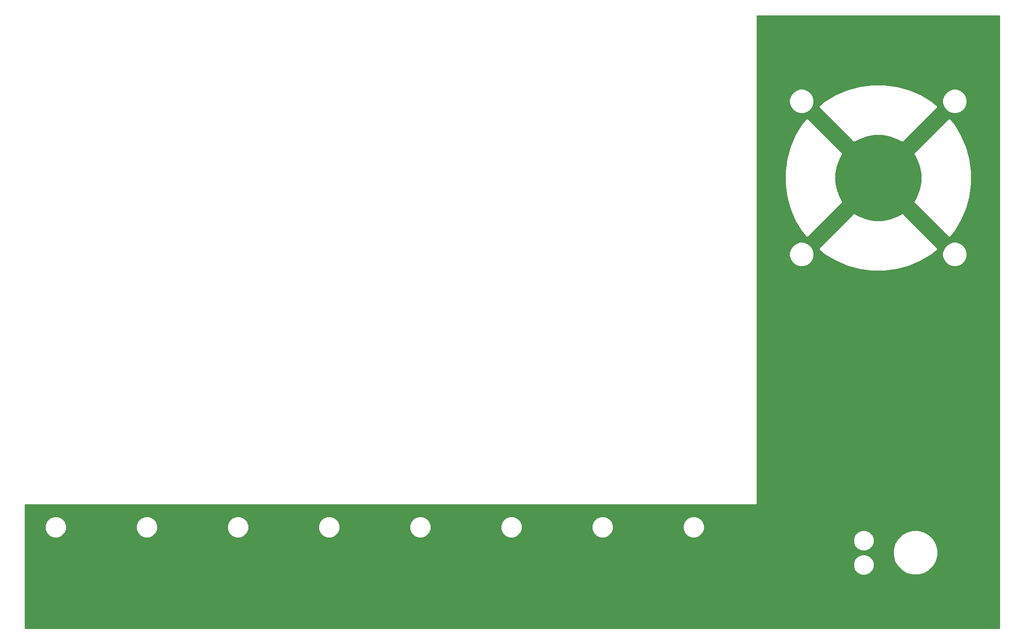
<source format=gbl>
G75*
G70*
%OFA0B0*%
%FSLAX24Y24*%
%IPPOS*%
%LPD*%
%AMOC8*
5,1,8,0,0,1.08239X$1,22.5*
%
%ADD10C,0.0100*%
D10*
X000318Y000668D02*
X000318Y010807D01*
X060470Y010807D01*
X060568Y010905D01*
X060568Y051057D01*
X080482Y051057D01*
X080482Y000668D01*
X000318Y000668D01*
X000318Y000697D02*
X080482Y000697D01*
X080482Y000796D02*
X000318Y000796D01*
X000318Y000894D02*
X080482Y000894D01*
X080482Y000993D02*
X000318Y000993D01*
X000318Y001091D02*
X080482Y001091D01*
X080482Y001190D02*
X000318Y001190D01*
X000318Y001288D02*
X080482Y001288D01*
X080482Y001387D02*
X000318Y001387D01*
X000318Y001485D02*
X080482Y001485D01*
X080482Y001584D02*
X000318Y001584D01*
X000318Y001682D02*
X080482Y001682D01*
X080482Y001781D02*
X000318Y001781D01*
X000318Y001879D02*
X080482Y001879D01*
X080482Y001978D02*
X000318Y001978D01*
X000318Y002076D02*
X080482Y002076D01*
X080482Y002175D02*
X000318Y002175D01*
X000318Y002273D02*
X080482Y002273D01*
X080482Y002372D02*
X000318Y002372D01*
X000318Y002470D02*
X080482Y002470D01*
X080482Y002569D02*
X000318Y002569D01*
X000318Y002667D02*
X080482Y002667D01*
X080482Y002766D02*
X000318Y002766D01*
X000318Y002864D02*
X080482Y002864D01*
X080482Y002963D02*
X000318Y002963D01*
X000318Y003061D02*
X080482Y003061D01*
X080482Y003160D02*
X000318Y003160D01*
X000318Y003258D02*
X080482Y003258D01*
X080482Y003357D02*
X000318Y003357D01*
X000318Y003455D02*
X080482Y003455D01*
X080482Y003554D02*
X000318Y003554D01*
X000318Y003652D02*
X080482Y003652D01*
X080482Y003751D02*
X000318Y003751D01*
X000318Y003849D02*
X080482Y003849D01*
X080482Y003948D02*
X000318Y003948D01*
X000318Y004046D02*
X080482Y004046D01*
X080482Y004145D02*
X000318Y004145D01*
X000318Y004243D02*
X080482Y004243D01*
X080482Y004342D02*
X000318Y004342D01*
X000318Y004440D02*
X080482Y004440D01*
X080482Y004539D02*
X000318Y004539D01*
X000318Y004637D02*
X080482Y004637D01*
X080482Y004736D02*
X000318Y004736D01*
X000318Y004834D02*
X080482Y004834D01*
X080482Y004933D02*
X000318Y004933D01*
X000318Y005031D02*
X069135Y005031D01*
X069167Y005018D02*
X069508Y005018D01*
X069823Y005148D01*
X070064Y005389D01*
X070195Y005705D01*
X070195Y006045D01*
X070064Y006360D01*
X069823Y006602D01*
X069508Y006732D01*
X069167Y006732D01*
X068852Y006602D01*
X068611Y006360D01*
X068480Y006045D01*
X068480Y005705D01*
X068611Y005389D01*
X068852Y005148D01*
X069167Y005018D01*
X068898Y005130D02*
X000318Y005130D01*
X000318Y005228D02*
X068772Y005228D01*
X068674Y005327D02*
X000318Y005327D01*
X000318Y005425D02*
X068596Y005425D01*
X068555Y005524D02*
X000318Y005524D01*
X000318Y005622D02*
X068515Y005622D01*
X068480Y005721D02*
X000318Y005721D01*
X000318Y005819D02*
X068480Y005819D01*
X068480Y005918D02*
X000318Y005918D01*
X000318Y006016D02*
X068480Y006016D01*
X068509Y006115D02*
X000318Y006115D01*
X000318Y006213D02*
X068550Y006213D01*
X068591Y006312D02*
X000318Y006312D01*
X000318Y006410D02*
X068660Y006410D01*
X068759Y006509D02*
X000318Y006509D01*
X000318Y006607D02*
X068865Y006607D01*
X069103Y006706D02*
X000318Y006706D01*
X000318Y006804D02*
X071746Y006804D01*
X071746Y006706D02*
X069572Y006706D01*
X069810Y006607D02*
X071755Y006607D01*
X071746Y006640D02*
X071872Y006172D01*
X072114Y005752D01*
X072457Y005409D01*
X072877Y005167D01*
X073345Y005042D01*
X073830Y005042D01*
X074298Y005167D01*
X074718Y005409D01*
X075061Y005752D01*
X075303Y006172D01*
X075429Y006640D01*
X075429Y007125D01*
X075303Y007594D01*
X075061Y008013D01*
X074718Y008356D01*
X074298Y008599D01*
X073830Y008724D01*
X073345Y008724D01*
X072877Y008599D01*
X072457Y008356D01*
X072114Y008013D01*
X071872Y007594D01*
X071746Y007125D01*
X071746Y006640D01*
X071782Y006509D02*
X069916Y006509D01*
X070015Y006410D02*
X071808Y006410D01*
X071834Y006312D02*
X070084Y006312D01*
X070125Y006213D02*
X071861Y006213D01*
X071905Y006115D02*
X070166Y006115D01*
X070195Y006016D02*
X071962Y006016D01*
X072019Y005918D02*
X070195Y005918D01*
X070195Y005819D02*
X072076Y005819D01*
X072146Y005721D02*
X070195Y005721D01*
X070160Y005622D02*
X072244Y005622D01*
X072343Y005524D02*
X070120Y005524D01*
X070079Y005425D02*
X072441Y005425D01*
X072601Y005327D02*
X070001Y005327D01*
X069903Y005228D02*
X072771Y005228D01*
X073017Y005130D02*
X069777Y005130D01*
X069540Y005031D02*
X080482Y005031D01*
X080482Y005130D02*
X074158Y005130D01*
X074404Y005228D02*
X080482Y005228D01*
X080482Y005327D02*
X074574Y005327D01*
X074734Y005425D02*
X080482Y005425D01*
X080482Y005524D02*
X074832Y005524D01*
X074931Y005622D02*
X080482Y005622D01*
X080482Y005721D02*
X075029Y005721D01*
X075099Y005819D02*
X080482Y005819D01*
X080482Y005918D02*
X075156Y005918D01*
X075213Y006016D02*
X080482Y006016D01*
X080482Y006115D02*
X075270Y006115D01*
X075314Y006213D02*
X080482Y006213D01*
X080482Y006312D02*
X075341Y006312D01*
X075367Y006410D02*
X080482Y006410D01*
X080482Y006509D02*
X075393Y006509D01*
X075420Y006607D02*
X080482Y006607D01*
X080482Y006706D02*
X075429Y006706D01*
X075429Y006804D02*
X080482Y006804D01*
X080482Y006903D02*
X075429Y006903D01*
X075429Y007001D02*
X080482Y007001D01*
X080482Y007100D02*
X075429Y007100D01*
X075409Y007198D02*
X080482Y007198D01*
X080482Y007297D02*
X075383Y007297D01*
X075357Y007395D02*
X080482Y007395D01*
X080482Y007494D02*
X075330Y007494D01*
X075304Y007592D02*
X080482Y007592D01*
X080482Y007691D02*
X075247Y007691D01*
X075191Y007789D02*
X080482Y007789D01*
X080482Y007888D02*
X075134Y007888D01*
X075077Y007986D02*
X080482Y007986D01*
X080482Y008085D02*
X074990Y008085D01*
X074891Y008183D02*
X080482Y008183D01*
X080482Y008282D02*
X074793Y008282D01*
X074677Y008380D02*
X080482Y008380D01*
X080482Y008479D02*
X074506Y008479D01*
X074336Y008577D02*
X080482Y008577D01*
X080482Y008676D02*
X074012Y008676D01*
X073163Y008676D02*
X069645Y008676D01*
X069508Y008732D02*
X069167Y008732D01*
X068852Y008602D01*
X068611Y008360D01*
X068480Y008045D01*
X068480Y007705D01*
X068611Y007389D01*
X068852Y007148D01*
X069167Y007018D01*
X069508Y007018D01*
X069823Y007148D01*
X070064Y007389D01*
X070195Y007705D01*
X070195Y008045D01*
X070064Y008360D01*
X069823Y008602D01*
X069508Y008732D01*
X069848Y008577D02*
X072839Y008577D01*
X072669Y008479D02*
X069946Y008479D01*
X070045Y008380D02*
X072498Y008380D01*
X072382Y008282D02*
X070097Y008282D01*
X070138Y008183D02*
X072284Y008183D01*
X072185Y008085D02*
X070178Y008085D01*
X070195Y007986D02*
X072098Y007986D01*
X072041Y007888D02*
X070195Y007888D01*
X070195Y007789D02*
X071984Y007789D01*
X071928Y007691D02*
X070189Y007691D01*
X070148Y007592D02*
X071871Y007592D01*
X071845Y007494D02*
X070107Y007494D01*
X070066Y007395D02*
X071818Y007395D01*
X071792Y007297D02*
X069971Y007297D01*
X069873Y007198D02*
X071766Y007198D01*
X071746Y007100D02*
X069705Y007100D01*
X068970Y007100D02*
X000318Y007100D01*
X000318Y007198D02*
X068802Y007198D01*
X068704Y007297D02*
X000318Y007297D01*
X000318Y007395D02*
X068609Y007395D01*
X068568Y007494D02*
X000318Y007494D01*
X000318Y007592D02*
X068527Y007592D01*
X068486Y007691D02*
X000318Y007691D01*
X000318Y007789D02*
X068480Y007789D01*
X068480Y007888D02*
X000318Y007888D01*
X000318Y007986D02*
X068480Y007986D01*
X068497Y008085D02*
X000318Y008085D01*
X000318Y008183D02*
X002433Y008183D01*
X002335Y008223D02*
X002661Y008088D01*
X003014Y008088D01*
X003340Y008223D01*
X003589Y008473D01*
X003724Y008799D01*
X003724Y009151D01*
X003589Y009477D01*
X003340Y009727D01*
X003014Y009862D01*
X002661Y009862D01*
X002335Y009727D01*
X002086Y009477D01*
X001951Y009151D01*
X001951Y008799D01*
X002086Y008473D01*
X002335Y008223D01*
X002277Y008282D02*
X000318Y008282D01*
X000318Y008380D02*
X002179Y008380D01*
X002083Y008479D02*
X000318Y008479D01*
X000318Y008577D02*
X002043Y008577D01*
X002002Y008676D02*
X000318Y008676D01*
X000318Y008774D02*
X001961Y008774D01*
X001951Y008873D02*
X000318Y008873D01*
X000318Y008971D02*
X001951Y008971D01*
X001951Y009070D02*
X000318Y009070D01*
X000318Y009168D02*
X001958Y009168D01*
X001999Y009267D02*
X000318Y009267D01*
X000318Y009365D02*
X002039Y009365D01*
X002080Y009464D02*
X000318Y009464D01*
X000318Y009562D02*
X002171Y009562D01*
X002269Y009661D02*
X000318Y009661D01*
X000318Y009759D02*
X002413Y009759D01*
X002651Y009858D02*
X000318Y009858D01*
X000318Y009956D02*
X080482Y009956D01*
X080482Y009858D02*
X055524Y009858D01*
X055514Y009862D02*
X055161Y009862D01*
X054835Y009727D01*
X054586Y009477D01*
X054451Y009151D01*
X054451Y008799D01*
X054586Y008473D01*
X054835Y008223D01*
X055161Y008088D01*
X055514Y008088D01*
X055840Y008223D01*
X056089Y008473D01*
X056224Y008799D01*
X056224Y009151D01*
X056089Y009477D01*
X055840Y009727D01*
X055514Y009862D01*
X055762Y009759D02*
X080482Y009759D01*
X080482Y009661D02*
X055906Y009661D01*
X056004Y009562D02*
X080482Y009562D01*
X080482Y009464D02*
X056095Y009464D01*
X056136Y009365D02*
X080482Y009365D01*
X080482Y009267D02*
X056176Y009267D01*
X056217Y009168D02*
X080482Y009168D01*
X080482Y009070D02*
X056224Y009070D01*
X056224Y008971D02*
X080482Y008971D01*
X080482Y008873D02*
X056224Y008873D01*
X056214Y008774D02*
X080482Y008774D01*
X080482Y010055D02*
X000318Y010055D01*
X000318Y010153D02*
X080482Y010153D01*
X080482Y010252D02*
X000318Y010252D01*
X000318Y010350D02*
X080482Y010350D01*
X080482Y010449D02*
X000318Y010449D01*
X000318Y010547D02*
X080482Y010547D01*
X080482Y010646D02*
X000318Y010646D01*
X000318Y010744D02*
X080482Y010744D01*
X080482Y010843D02*
X060505Y010843D01*
X060568Y010941D02*
X080482Y010941D01*
X080482Y011040D02*
X060568Y011040D01*
X060568Y011138D02*
X080482Y011138D01*
X080482Y011237D02*
X060568Y011237D01*
X060568Y011335D02*
X080482Y011335D01*
X080482Y011434D02*
X060568Y011434D01*
X060568Y011532D02*
X080482Y011532D01*
X080482Y011631D02*
X060568Y011631D01*
X060568Y011729D02*
X080482Y011729D01*
X080482Y011828D02*
X060568Y011828D01*
X060568Y011926D02*
X080482Y011926D01*
X080482Y012025D02*
X060568Y012025D01*
X060568Y012123D02*
X080482Y012123D01*
X080482Y012222D02*
X060568Y012222D01*
X060568Y012320D02*
X080482Y012320D01*
X080482Y012419D02*
X060568Y012419D01*
X060568Y012517D02*
X080482Y012517D01*
X080482Y012616D02*
X060568Y012616D01*
X060568Y012714D02*
X080482Y012714D01*
X080482Y012813D02*
X060568Y012813D01*
X060568Y012911D02*
X080482Y012911D01*
X080482Y013010D02*
X060568Y013010D01*
X060568Y013108D02*
X080482Y013108D01*
X080482Y013207D02*
X060568Y013207D01*
X060568Y013305D02*
X080482Y013305D01*
X080482Y013404D02*
X060568Y013404D01*
X060568Y013502D02*
X080482Y013502D01*
X080482Y013601D02*
X060568Y013601D01*
X060568Y013699D02*
X080482Y013699D01*
X080482Y013798D02*
X060568Y013798D01*
X060568Y013896D02*
X080482Y013896D01*
X080482Y013995D02*
X060568Y013995D01*
X060568Y014093D02*
X080482Y014093D01*
X080482Y014192D02*
X060568Y014192D01*
X060568Y014290D02*
X080482Y014290D01*
X080482Y014389D02*
X060568Y014389D01*
X060568Y014487D02*
X080482Y014487D01*
X080482Y014586D02*
X060568Y014586D01*
X060568Y014684D02*
X080482Y014684D01*
X080482Y014783D02*
X060568Y014783D01*
X060568Y014881D02*
X080482Y014881D01*
X080482Y014980D02*
X060568Y014980D01*
X060568Y015078D02*
X080482Y015078D01*
X080482Y015177D02*
X060568Y015177D01*
X060568Y015275D02*
X080482Y015275D01*
X080482Y015374D02*
X060568Y015374D01*
X060568Y015472D02*
X080482Y015472D01*
X080482Y015571D02*
X060568Y015571D01*
X060568Y015669D02*
X080482Y015669D01*
X080482Y015768D02*
X060568Y015768D01*
X060568Y015866D02*
X080482Y015866D01*
X080482Y015965D02*
X060568Y015965D01*
X060568Y016063D02*
X080482Y016063D01*
X080482Y016162D02*
X060568Y016162D01*
X060568Y016260D02*
X080482Y016260D01*
X080482Y016359D02*
X060568Y016359D01*
X060568Y016457D02*
X080482Y016457D01*
X080482Y016556D02*
X060568Y016556D01*
X060568Y016654D02*
X080482Y016654D01*
X080482Y016753D02*
X060568Y016753D01*
X060568Y016851D02*
X080482Y016851D01*
X080482Y016950D02*
X060568Y016950D01*
X060568Y017048D02*
X080482Y017048D01*
X080482Y017147D02*
X060568Y017147D01*
X060568Y017245D02*
X080482Y017245D01*
X080482Y017344D02*
X060568Y017344D01*
X060568Y017442D02*
X080482Y017442D01*
X080482Y017541D02*
X060568Y017541D01*
X060568Y017639D02*
X080482Y017639D01*
X080482Y017738D02*
X060568Y017738D01*
X060568Y017836D02*
X080482Y017836D01*
X080482Y017935D02*
X060568Y017935D01*
X060568Y018033D02*
X080482Y018033D01*
X080482Y018132D02*
X060568Y018132D01*
X060568Y018230D02*
X080482Y018230D01*
X080482Y018329D02*
X060568Y018329D01*
X060568Y018427D02*
X080482Y018427D01*
X080482Y018526D02*
X060568Y018526D01*
X060568Y018624D02*
X080482Y018624D01*
X080482Y018723D02*
X060568Y018723D01*
X060568Y018821D02*
X080482Y018821D01*
X080482Y018920D02*
X060568Y018920D01*
X060568Y019018D02*
X080482Y019018D01*
X080482Y019117D02*
X060568Y019117D01*
X060568Y019215D02*
X080482Y019215D01*
X080482Y019314D02*
X060568Y019314D01*
X060568Y019412D02*
X080482Y019412D01*
X080482Y019511D02*
X060568Y019511D01*
X060568Y019609D02*
X080482Y019609D01*
X080482Y019708D02*
X060568Y019708D01*
X060568Y019806D02*
X080482Y019806D01*
X080482Y019905D02*
X060568Y019905D01*
X060568Y020003D02*
X080482Y020003D01*
X080482Y020102D02*
X060568Y020102D01*
X060568Y020200D02*
X080482Y020200D01*
X080482Y020299D02*
X060568Y020299D01*
X060568Y020397D02*
X080482Y020397D01*
X080482Y020496D02*
X060568Y020496D01*
X060568Y020594D02*
X080482Y020594D01*
X080482Y020693D02*
X060568Y020693D01*
X060568Y020791D02*
X080482Y020791D01*
X080482Y020890D02*
X060568Y020890D01*
X060568Y020988D02*
X080482Y020988D01*
X080482Y021087D02*
X060568Y021087D01*
X060568Y021185D02*
X080482Y021185D01*
X080482Y021284D02*
X060568Y021284D01*
X060568Y021382D02*
X080482Y021382D01*
X080482Y021481D02*
X060568Y021481D01*
X060568Y021579D02*
X080482Y021579D01*
X080482Y021678D02*
X060568Y021678D01*
X060568Y021776D02*
X080482Y021776D01*
X080482Y021875D02*
X060568Y021875D01*
X060568Y021973D02*
X080482Y021973D01*
X080482Y022072D02*
X060568Y022072D01*
X060568Y022170D02*
X080482Y022170D01*
X080482Y022269D02*
X060568Y022269D01*
X060568Y022367D02*
X080482Y022367D01*
X080482Y022466D02*
X060568Y022466D01*
X060568Y022564D02*
X080482Y022564D01*
X080482Y022663D02*
X060568Y022663D01*
X060568Y022761D02*
X080482Y022761D01*
X080482Y022860D02*
X060568Y022860D01*
X060568Y022958D02*
X080482Y022958D01*
X080482Y023057D02*
X060568Y023057D01*
X060568Y023155D02*
X080482Y023155D01*
X080482Y023254D02*
X060568Y023254D01*
X060568Y023352D02*
X080482Y023352D01*
X080482Y023451D02*
X060568Y023451D01*
X060568Y023549D02*
X080482Y023549D01*
X080482Y023648D02*
X060568Y023648D01*
X060568Y023746D02*
X080482Y023746D01*
X080482Y023845D02*
X060568Y023845D01*
X060568Y023943D02*
X080482Y023943D01*
X080482Y024042D02*
X060568Y024042D01*
X060568Y024140D02*
X080482Y024140D01*
X080482Y024239D02*
X060568Y024239D01*
X060568Y024337D02*
X080482Y024337D01*
X080482Y024436D02*
X060568Y024436D01*
X060568Y024534D02*
X080482Y024534D01*
X080482Y024633D02*
X060568Y024633D01*
X060568Y024731D02*
X080482Y024731D01*
X080482Y024830D02*
X060568Y024830D01*
X060568Y024928D02*
X080482Y024928D01*
X080482Y025027D02*
X060568Y025027D01*
X060568Y025125D02*
X080482Y025125D01*
X080482Y025224D02*
X060568Y025224D01*
X060568Y025322D02*
X080482Y025322D01*
X080482Y025421D02*
X060568Y025421D01*
X060568Y025519D02*
X080482Y025519D01*
X080482Y025618D02*
X060568Y025618D01*
X060568Y025716D02*
X080482Y025716D01*
X080482Y025815D02*
X060568Y025815D01*
X060568Y025913D02*
X080482Y025913D01*
X080482Y026012D02*
X060568Y026012D01*
X060568Y026110D02*
X080482Y026110D01*
X080482Y026209D02*
X060568Y026209D01*
X060568Y026307D02*
X080482Y026307D01*
X080482Y026406D02*
X060568Y026406D01*
X060568Y026504D02*
X080482Y026504D01*
X080482Y026603D02*
X060568Y026603D01*
X060568Y026701D02*
X080482Y026701D01*
X080482Y026800D02*
X060568Y026800D01*
X060568Y026898D02*
X080482Y026898D01*
X080482Y026997D02*
X060568Y026997D01*
X060568Y027095D02*
X080482Y027095D01*
X080482Y027194D02*
X060568Y027194D01*
X060568Y027292D02*
X080482Y027292D01*
X080482Y027391D02*
X060568Y027391D01*
X060568Y027489D02*
X080482Y027489D01*
X080482Y027588D02*
X060568Y027588D01*
X060568Y027686D02*
X080482Y027686D01*
X080482Y027785D02*
X060568Y027785D01*
X060568Y027883D02*
X080482Y027883D01*
X080482Y027982D02*
X060568Y027982D01*
X060568Y028080D02*
X080482Y028080D01*
X080482Y028179D02*
X060568Y028179D01*
X060568Y028277D02*
X080482Y028277D01*
X080482Y028376D02*
X060568Y028376D01*
X060568Y028474D02*
X080482Y028474D01*
X080482Y028573D02*
X060568Y028573D01*
X060568Y028671D02*
X080482Y028671D01*
X080482Y028770D02*
X060568Y028770D01*
X060568Y028868D02*
X080482Y028868D01*
X080482Y028967D02*
X060568Y028967D01*
X060568Y029065D02*
X080482Y029065D01*
X080482Y029164D02*
X060568Y029164D01*
X060568Y029262D02*
X080482Y029262D01*
X080482Y029361D02*
X060568Y029361D01*
X060568Y029459D02*
X080482Y029459D01*
X080482Y029558D02*
X060568Y029558D01*
X060568Y029656D02*
X080482Y029656D01*
X080482Y029755D02*
X060568Y029755D01*
X060568Y029853D02*
X080482Y029853D01*
X080482Y029952D02*
X060568Y029952D01*
X060568Y030050D02*
X080482Y030050D01*
X080482Y030149D02*
X071755Y030149D01*
X072068Y030191D02*
X072068Y030191D01*
X071043Y030052D01*
X070007Y030052D01*
X068982Y030191D01*
X068982Y030191D01*
X067984Y030466D01*
X067984Y030466D01*
X067032Y030873D01*
X067032Y030873D01*
X066144Y031404D01*
X066144Y031404D01*
X065794Y031684D01*
X065781Y031684D01*
X065731Y031734D01*
X065675Y031778D01*
X065674Y031791D01*
X065665Y031800D01*
X065665Y031871D01*
X065657Y031941D01*
X065665Y031951D01*
X065665Y031964D01*
X065715Y032014D01*
X065759Y032069D01*
X065772Y032070D01*
X068401Y034699D01*
X068432Y034750D01*
X068457Y034755D01*
X068475Y034773D01*
X068534Y034773D01*
X068592Y034786D01*
X068613Y034773D01*
X068638Y034773D01*
X068678Y034734D01*
X068947Y034583D01*
X069556Y034345D01*
X070198Y034224D01*
X070852Y034224D01*
X071494Y034345D01*
X072103Y034583D01*
X072372Y034734D01*
X072412Y034773D01*
X072437Y034773D01*
X072458Y034786D01*
X072516Y034773D01*
X072575Y034773D01*
X072593Y034755D01*
X072618Y034750D01*
X072649Y034699D01*
X075278Y032070D01*
X075291Y032069D01*
X075335Y032014D01*
X075385Y031964D01*
X075385Y031951D01*
X075393Y031941D01*
X075385Y031871D01*
X075385Y031800D01*
X075376Y031791D01*
X075374Y031778D01*
X075319Y031734D01*
X075269Y031684D01*
X075256Y031684D01*
X074906Y031404D01*
X074906Y031404D01*
X074018Y030873D01*
X074018Y030873D01*
X073066Y030466D01*
X073066Y030466D01*
X072068Y030191D01*
X072271Y030247D02*
X080482Y030247D01*
X080482Y030346D02*
X072628Y030346D01*
X072985Y030444D02*
X076568Y030444D01*
X076691Y030411D02*
X076958Y030411D01*
X077216Y030480D01*
X077447Y030614D01*
X077636Y030803D01*
X077770Y031034D01*
X077839Y031292D01*
X077839Y031559D01*
X077770Y031817D01*
X077636Y032049D01*
X077447Y032238D01*
X077216Y032371D01*
X076958Y032440D01*
X076691Y032440D01*
X076433Y032371D01*
X076201Y032238D01*
X076012Y032049D01*
X075879Y031817D01*
X075810Y031559D01*
X075810Y031292D01*
X075879Y031034D01*
X076012Y030803D01*
X076201Y030614D01*
X076433Y030480D01*
X076691Y030411D01*
X076325Y030543D02*
X073244Y030543D01*
X073474Y030641D02*
X076174Y030641D01*
X076076Y030740D02*
X073705Y030740D01*
X073935Y030838D02*
X075992Y030838D01*
X075935Y030937D02*
X074123Y030937D01*
X074288Y031035D02*
X075879Y031035D01*
X075852Y031134D02*
X074453Y031134D01*
X074618Y031232D02*
X075826Y031232D01*
X075810Y031331D02*
X074782Y031331D01*
X074937Y031429D02*
X075810Y031429D01*
X075810Y031528D02*
X075060Y031528D01*
X075184Y031626D02*
X075828Y031626D01*
X075854Y031725D02*
X075310Y031725D01*
X075385Y031823D02*
X075882Y031823D01*
X075939Y031922D02*
X075391Y031922D01*
X075330Y032020D02*
X075996Y032020D01*
X076082Y032119D02*
X075230Y032119D01*
X075131Y032217D02*
X076181Y032217D01*
X076336Y032316D02*
X075033Y032316D01*
X074934Y032414D02*
X076593Y032414D01*
X077056Y032414D02*
X080482Y032414D01*
X080482Y032316D02*
X077312Y032316D01*
X077468Y032217D02*
X080482Y032217D01*
X080482Y032119D02*
X077566Y032119D01*
X077653Y032020D02*
X080482Y032020D01*
X080482Y031922D02*
X077709Y031922D01*
X077766Y031823D02*
X080482Y031823D01*
X080482Y031725D02*
X077795Y031725D01*
X077821Y031626D02*
X080482Y031626D01*
X080482Y031528D02*
X077839Y031528D01*
X077839Y031429D02*
X080482Y031429D01*
X080482Y031331D02*
X077839Y031331D01*
X077823Y031232D02*
X080482Y031232D01*
X080482Y031134D02*
X077796Y031134D01*
X077770Y031035D02*
X080482Y031035D01*
X080482Y030937D02*
X077713Y030937D01*
X077656Y030838D02*
X080482Y030838D01*
X080482Y030740D02*
X077573Y030740D01*
X077474Y030641D02*
X080482Y030641D01*
X080482Y030543D02*
X077324Y030543D01*
X077080Y030444D02*
X080482Y030444D01*
X080482Y032513D02*
X074836Y032513D01*
X074737Y032611D02*
X080482Y032611D01*
X080482Y032710D02*
X074639Y032710D01*
X074540Y032808D02*
X080482Y032808D01*
X080482Y032907D02*
X076497Y032907D01*
X076516Y032931D02*
X076566Y032981D01*
X076566Y032994D01*
X076846Y033344D01*
X077377Y034232D01*
X077377Y034232D01*
X077784Y035184D01*
X078059Y036182D01*
X078198Y037207D01*
X078198Y038243D01*
X078059Y039268D01*
X077784Y040266D01*
X077377Y041218D01*
X076846Y042106D01*
X076566Y042456D01*
X076566Y042469D01*
X076516Y042519D01*
X076472Y042574D01*
X076459Y042576D01*
X076450Y042585D01*
X076379Y042585D01*
X076309Y042593D01*
X076299Y042585D01*
X076286Y042585D01*
X076236Y042535D01*
X076181Y042491D01*
X076180Y042478D01*
X073551Y039849D01*
X073500Y039818D01*
X073495Y039793D01*
X073477Y039775D01*
X073477Y039716D01*
X073464Y039658D01*
X073477Y039637D01*
X073477Y039612D01*
X073516Y039572D01*
X073667Y039303D01*
X073905Y038694D01*
X074026Y038052D01*
X074026Y037398D01*
X073905Y036756D01*
X073667Y036147D01*
X073516Y035878D01*
X073477Y035838D01*
X073477Y035813D01*
X073464Y035792D01*
X073477Y035734D01*
X073477Y035675D01*
X073495Y035657D01*
X073500Y035632D01*
X073551Y035601D01*
X076180Y032972D01*
X076181Y032959D01*
X076236Y032915D01*
X076286Y032865D01*
X076299Y032865D01*
X076309Y032857D01*
X076379Y032865D01*
X076450Y032865D01*
X076459Y032874D01*
X076472Y032875D01*
X076516Y032931D01*
X076575Y033005D02*
X080482Y033005D01*
X080482Y033104D02*
X076654Y033104D01*
X076732Y033202D02*
X080482Y033202D01*
X080482Y033301D02*
X076811Y033301D01*
X076846Y033344D02*
X076846Y033344D01*
X076879Y033399D02*
X080482Y033399D01*
X080482Y033498D02*
X076937Y033498D01*
X076996Y033596D02*
X080482Y033596D01*
X080482Y033695D02*
X077055Y033695D01*
X077114Y033793D02*
X080482Y033793D01*
X080482Y033892D02*
X077173Y033892D01*
X077232Y033990D02*
X080482Y033990D01*
X080482Y034089D02*
X077291Y034089D01*
X077350Y034187D02*
X080482Y034187D01*
X080482Y034286D02*
X077399Y034286D01*
X077441Y034384D02*
X080482Y034384D01*
X080482Y034483D02*
X077484Y034483D01*
X077526Y034581D02*
X080482Y034581D01*
X080482Y034680D02*
X077568Y034680D01*
X077610Y034778D02*
X080482Y034778D01*
X080482Y034877D02*
X077652Y034877D01*
X077694Y034975D02*
X080482Y034975D01*
X080482Y035074D02*
X077736Y035074D01*
X077778Y035172D02*
X080482Y035172D01*
X080482Y035271D02*
X077807Y035271D01*
X077784Y035184D02*
X077784Y035184D01*
X077835Y035369D02*
X080482Y035369D01*
X080482Y035468D02*
X077862Y035468D01*
X077889Y035566D02*
X080482Y035566D01*
X080482Y035665D02*
X077916Y035665D01*
X077943Y035763D02*
X080482Y035763D01*
X080482Y035862D02*
X077971Y035862D01*
X077998Y035960D02*
X080482Y035960D01*
X080482Y036059D02*
X078025Y036059D01*
X078052Y036157D02*
X080482Y036157D01*
X080482Y036256D02*
X078069Y036256D01*
X078059Y036182D02*
X078059Y036182D01*
X078082Y036354D02*
X080482Y036354D01*
X080482Y036453D02*
X078096Y036453D01*
X078109Y036551D02*
X080482Y036551D01*
X080482Y036650D02*
X078122Y036650D01*
X078136Y036748D02*
X080482Y036748D01*
X080482Y036847D02*
X078149Y036847D01*
X078162Y036945D02*
X080482Y036945D01*
X080482Y037044D02*
X078176Y037044D01*
X078189Y037142D02*
X080482Y037142D01*
X080482Y037241D02*
X078198Y037241D01*
X078198Y037339D02*
X080482Y037339D01*
X080482Y037438D02*
X078198Y037438D01*
X078198Y037536D02*
X080482Y037536D01*
X080482Y037635D02*
X078198Y037635D01*
X078198Y037733D02*
X080482Y037733D01*
X080482Y037832D02*
X078198Y037832D01*
X078198Y037930D02*
X080482Y037930D01*
X080482Y038029D02*
X078198Y038029D01*
X078198Y038127D02*
X080482Y038127D01*
X080482Y038226D02*
X078198Y038226D01*
X078187Y038324D02*
X080482Y038324D01*
X080482Y038423D02*
X078174Y038423D01*
X078160Y038521D02*
X080482Y038521D01*
X080482Y038620D02*
X078147Y038620D01*
X078134Y038718D02*
X080482Y038718D01*
X080482Y038817D02*
X078120Y038817D01*
X078107Y038915D02*
X080482Y038915D01*
X080482Y039014D02*
X078094Y039014D01*
X078080Y039112D02*
X080482Y039112D01*
X080482Y039211D02*
X078067Y039211D01*
X078059Y039268D02*
X078059Y039268D01*
X078048Y039309D02*
X080482Y039309D01*
X080482Y039408D02*
X078021Y039408D01*
X077993Y039506D02*
X080482Y039506D01*
X080482Y039605D02*
X077966Y039605D01*
X077939Y039703D02*
X080482Y039703D01*
X080482Y039802D02*
X077912Y039802D01*
X077885Y039900D02*
X080482Y039900D01*
X080482Y039999D02*
X077857Y039999D01*
X077830Y040097D02*
X080482Y040097D01*
X080482Y040196D02*
X077803Y040196D01*
X077772Y040294D02*
X080482Y040294D01*
X080482Y040393D02*
X077729Y040393D01*
X077687Y040491D02*
X080482Y040491D01*
X080482Y040590D02*
X077645Y040590D01*
X077603Y040688D02*
X080482Y040688D01*
X080482Y040787D02*
X077561Y040787D01*
X077519Y040885D02*
X080482Y040885D01*
X080482Y040984D02*
X077477Y040984D01*
X077435Y041082D02*
X080482Y041082D01*
X080482Y041181D02*
X077392Y041181D01*
X077340Y041279D02*
X080482Y041279D01*
X080482Y041378D02*
X077281Y041378D01*
X077222Y041476D02*
X080482Y041476D01*
X080482Y041575D02*
X077163Y041575D01*
X077104Y041673D02*
X080482Y041673D01*
X080482Y041772D02*
X077045Y041772D01*
X076987Y041870D02*
X080482Y041870D01*
X080482Y041969D02*
X076928Y041969D01*
X076869Y042067D02*
X080482Y042067D01*
X080482Y042166D02*
X076798Y042166D01*
X076719Y042264D02*
X080482Y042264D01*
X080482Y042363D02*
X076641Y042363D01*
X076566Y042461D02*
X080482Y042461D01*
X080482Y042560D02*
X076484Y042560D01*
X076261Y042560D02*
X074458Y042560D01*
X074557Y042658D02*
X080482Y042658D01*
X080482Y042757D02*
X074655Y042757D01*
X074754Y042855D02*
X080482Y042855D01*
X080482Y042954D02*
X074852Y042954D01*
X074951Y043052D02*
X076532Y043052D01*
X076433Y043079D02*
X076691Y043010D01*
X076958Y043010D01*
X077216Y043079D01*
X077447Y043212D01*
X077636Y043401D01*
X077770Y043633D01*
X077839Y043891D01*
X077839Y044158D01*
X077770Y044416D01*
X077636Y044647D01*
X077447Y044836D01*
X077216Y044970D01*
X076958Y045039D01*
X076691Y045039D01*
X076433Y044970D01*
X076201Y044836D01*
X076012Y044647D01*
X075879Y044416D01*
X075810Y044158D01*
X075810Y043891D01*
X075879Y043633D01*
X076012Y043401D01*
X076201Y043212D01*
X076433Y043079D01*
X076308Y043151D02*
X075049Y043151D01*
X075148Y043249D02*
X076165Y043249D01*
X076066Y043348D02*
X075246Y043348D01*
X075278Y043380D02*
X075291Y043381D01*
X075335Y043436D01*
X075385Y043486D01*
X075385Y043499D01*
X075393Y043509D01*
X075385Y043579D01*
X075385Y043650D01*
X075376Y043659D01*
X075374Y043672D01*
X075319Y043716D01*
X075269Y043766D01*
X075256Y043766D01*
X074906Y044046D01*
X074018Y044577D01*
X074018Y044577D01*
X073066Y044984D01*
X073066Y044984D01*
X072068Y045259D01*
X071043Y045398D01*
X070007Y045398D01*
X068982Y045259D01*
X068982Y045259D01*
X067984Y044984D01*
X067032Y044577D01*
X066144Y044046D01*
X065794Y043766D01*
X065781Y043766D01*
X065731Y043716D01*
X065675Y043672D01*
X065674Y043659D01*
X065665Y043650D01*
X065665Y043579D01*
X065657Y043509D01*
X065665Y043499D01*
X065665Y043486D01*
X065715Y043436D01*
X065759Y043381D01*
X065772Y043380D01*
X068401Y040751D01*
X068432Y040700D01*
X068457Y040695D01*
X068475Y040677D01*
X068534Y040677D01*
X068592Y040664D01*
X068613Y040677D01*
X068638Y040677D01*
X068678Y040716D01*
X068947Y040867D01*
X069556Y041105D01*
X070198Y041226D01*
X070852Y041226D01*
X071494Y041105D01*
X072103Y040867D01*
X072372Y040716D01*
X072412Y040677D01*
X072437Y040677D01*
X072458Y040664D01*
X072516Y040677D01*
X072575Y040677D01*
X072593Y040695D01*
X072618Y040700D01*
X072649Y040751D01*
X075278Y043380D01*
X075345Y043446D02*
X075986Y043446D01*
X075930Y043545D02*
X075389Y043545D01*
X075385Y043643D02*
X075876Y043643D01*
X075850Y043742D02*
X075293Y043742D01*
X075164Y043840D02*
X075823Y043840D01*
X075810Y043939D02*
X075040Y043939D01*
X074917Y044037D02*
X075810Y044037D01*
X075810Y044136D02*
X074755Y044136D01*
X074906Y044046D02*
X074906Y044046D01*
X074591Y044234D02*
X075830Y044234D01*
X075856Y044333D02*
X074426Y044333D01*
X074261Y044431D02*
X075888Y044431D01*
X075944Y044530D02*
X074096Y044530D01*
X073897Y044628D02*
X076001Y044628D01*
X076092Y044727D02*
X073667Y044727D01*
X073436Y044825D02*
X076190Y044825D01*
X076353Y044924D02*
X073206Y044924D01*
X072926Y045022D02*
X076628Y045022D01*
X077020Y045022D02*
X080482Y045022D01*
X080482Y044924D02*
X077296Y044924D01*
X077458Y044825D02*
X080482Y044825D01*
X080482Y044727D02*
X077557Y044727D01*
X077647Y044628D02*
X080482Y044628D01*
X080482Y044530D02*
X077704Y044530D01*
X077761Y044431D02*
X080482Y044431D01*
X080482Y044333D02*
X077792Y044333D01*
X077818Y044234D02*
X080482Y044234D01*
X080482Y044136D02*
X077839Y044136D01*
X077839Y044037D02*
X080482Y044037D01*
X080482Y043939D02*
X077839Y043939D01*
X077825Y043840D02*
X080482Y043840D01*
X080482Y043742D02*
X077799Y043742D01*
X077772Y043643D02*
X080482Y043643D01*
X080482Y043545D02*
X077719Y043545D01*
X077662Y043446D02*
X080482Y043446D01*
X080482Y043348D02*
X077582Y043348D01*
X077484Y043249D02*
X080482Y043249D01*
X080482Y043151D02*
X077340Y043151D01*
X077116Y043052D02*
X080482Y043052D01*
X080482Y045121D02*
X072570Y045121D01*
X072213Y045219D02*
X080482Y045219D01*
X080482Y045318D02*
X071636Y045318D01*
X072068Y045259D02*
X072068Y045259D01*
X069414Y045318D02*
X060568Y045318D01*
X060568Y045416D02*
X080482Y045416D01*
X080482Y045515D02*
X060568Y045515D01*
X060568Y045613D02*
X080482Y045613D01*
X080482Y045712D02*
X060568Y045712D01*
X060568Y045810D02*
X080482Y045810D01*
X080482Y045909D02*
X060568Y045909D01*
X060568Y046007D02*
X080482Y046007D01*
X080482Y046106D02*
X060568Y046106D01*
X060568Y046204D02*
X080482Y046204D01*
X080482Y046303D02*
X060568Y046303D01*
X060568Y046401D02*
X080482Y046401D01*
X080482Y046500D02*
X060568Y046500D01*
X060568Y046598D02*
X080482Y046598D01*
X080482Y046697D02*
X060568Y046697D01*
X060568Y046795D02*
X080482Y046795D01*
X080482Y046894D02*
X060568Y046894D01*
X060568Y046992D02*
X080482Y046992D01*
X080482Y047091D02*
X060568Y047091D01*
X060568Y047189D02*
X080482Y047189D01*
X080482Y047288D02*
X060568Y047288D01*
X060568Y047386D02*
X080482Y047386D01*
X080482Y047485D02*
X060568Y047485D01*
X060568Y047583D02*
X080482Y047583D01*
X080482Y047682D02*
X060568Y047682D01*
X060568Y047780D02*
X080482Y047780D01*
X080482Y047879D02*
X060568Y047879D01*
X060568Y047977D02*
X080482Y047977D01*
X080482Y048076D02*
X060568Y048076D01*
X060568Y048174D02*
X080482Y048174D01*
X080482Y048273D02*
X060568Y048273D01*
X060568Y048371D02*
X080482Y048371D01*
X080482Y048470D02*
X060568Y048470D01*
X060568Y048568D02*
X080482Y048568D01*
X080482Y048667D02*
X060568Y048667D01*
X060568Y048765D02*
X080482Y048765D01*
X080482Y048864D02*
X060568Y048864D01*
X060568Y048962D02*
X080482Y048962D01*
X080482Y049061D02*
X060568Y049061D01*
X060568Y049159D02*
X080482Y049159D01*
X080482Y049258D02*
X060568Y049258D01*
X060568Y049356D02*
X080482Y049356D01*
X080482Y049455D02*
X060568Y049455D01*
X060568Y049553D02*
X080482Y049553D01*
X080482Y049652D02*
X060568Y049652D01*
X060568Y049750D02*
X080482Y049750D01*
X080482Y049849D02*
X060568Y049849D01*
X060568Y049947D02*
X080482Y049947D01*
X080482Y050046D02*
X060568Y050046D01*
X060568Y050144D02*
X080482Y050144D01*
X080482Y050243D02*
X060568Y050243D01*
X060568Y050341D02*
X080482Y050341D01*
X080482Y050440D02*
X060568Y050440D01*
X060568Y050538D02*
X080482Y050538D01*
X080482Y050637D02*
X060568Y050637D01*
X060568Y050735D02*
X080482Y050735D01*
X080482Y050834D02*
X060568Y050834D01*
X060568Y050932D02*
X080482Y050932D01*
X080482Y051031D02*
X060568Y051031D01*
X060568Y045219D02*
X068837Y045219D01*
X068480Y045121D02*
X060568Y045121D01*
X060568Y045022D02*
X064030Y045022D01*
X064092Y045039D02*
X063834Y044970D01*
X063603Y044836D01*
X063414Y044647D01*
X063280Y044416D01*
X063211Y044158D01*
X063211Y043891D01*
X063280Y043633D01*
X063414Y043401D01*
X063603Y043212D01*
X063834Y043079D01*
X064092Y043010D01*
X064359Y043010D01*
X064617Y043079D01*
X064849Y043212D01*
X065038Y043401D01*
X065171Y043633D01*
X065240Y043891D01*
X065240Y044158D01*
X065171Y044416D01*
X065038Y044647D01*
X064849Y044836D01*
X064617Y044970D01*
X064359Y045039D01*
X064092Y045039D01*
X064422Y045022D02*
X068124Y045022D01*
X067984Y044984D02*
X067984Y044984D01*
X067844Y044924D02*
X064697Y044924D01*
X064860Y044825D02*
X067614Y044825D01*
X067383Y044727D02*
X064958Y044727D01*
X065049Y044628D02*
X067153Y044628D01*
X067032Y044577D02*
X067032Y044577D01*
X066954Y044530D02*
X065106Y044530D01*
X065162Y044431D02*
X066789Y044431D01*
X066624Y044333D02*
X065194Y044333D01*
X065220Y044234D02*
X066459Y044234D01*
X066295Y044136D02*
X065240Y044136D01*
X065240Y044037D02*
X066133Y044037D01*
X066144Y044046D02*
X066144Y044046D01*
X066010Y043939D02*
X065240Y043939D01*
X065227Y043840D02*
X065886Y043840D01*
X065757Y043742D02*
X065200Y043742D01*
X065174Y043643D02*
X065665Y043643D01*
X065661Y043545D02*
X065120Y043545D01*
X065064Y043446D02*
X065705Y043446D01*
X065804Y043348D02*
X064984Y043348D01*
X064885Y043249D02*
X065902Y043249D01*
X066001Y043151D02*
X064742Y043151D01*
X064518Y043052D02*
X066099Y043052D01*
X066198Y042954D02*
X060568Y042954D01*
X060568Y043052D02*
X063934Y043052D01*
X063710Y043151D02*
X060568Y043151D01*
X060568Y043249D02*
X063566Y043249D01*
X063468Y043348D02*
X060568Y043348D01*
X060568Y043446D02*
X063388Y043446D01*
X063331Y043545D02*
X060568Y043545D01*
X060568Y043643D02*
X063278Y043643D01*
X063251Y043742D02*
X060568Y043742D01*
X060568Y043840D02*
X063225Y043840D01*
X063211Y043939D02*
X060568Y043939D01*
X060568Y044037D02*
X063211Y044037D01*
X063211Y044136D02*
X060568Y044136D01*
X060568Y044234D02*
X063232Y044234D01*
X063258Y044333D02*
X060568Y044333D01*
X060568Y044431D02*
X063289Y044431D01*
X063346Y044530D02*
X060568Y044530D01*
X060568Y044628D02*
X063403Y044628D01*
X063493Y044727D02*
X060568Y044727D01*
X060568Y044825D02*
X063592Y044825D01*
X063754Y044924D02*
X060568Y044924D01*
X060568Y042855D02*
X066296Y042855D01*
X066395Y042757D02*
X060568Y042757D01*
X060568Y042658D02*
X066493Y042658D01*
X066592Y042560D02*
X064789Y042560D01*
X064814Y042535D02*
X064764Y042585D01*
X064751Y042585D01*
X064741Y042593D01*
X064671Y042585D01*
X064600Y042585D01*
X064591Y042576D01*
X064578Y042574D01*
X064534Y042519D01*
X064484Y042469D01*
X064484Y042456D01*
X064204Y042106D01*
X063673Y041218D01*
X063266Y040266D01*
X062991Y039268D01*
X062852Y038243D01*
X062852Y037207D01*
X062991Y036182D01*
X062991Y036182D01*
X063266Y035184D01*
X063673Y034232D01*
X064204Y033344D01*
X064484Y032994D01*
X064484Y032981D01*
X064534Y032931D01*
X064578Y032875D01*
X064591Y032874D01*
X064600Y032865D01*
X064671Y032865D01*
X064741Y032857D01*
X064751Y032865D01*
X064764Y032865D01*
X064814Y032915D01*
X064869Y032959D01*
X064870Y032972D01*
X067499Y035601D01*
X067550Y035632D01*
X067555Y035657D01*
X067573Y035675D01*
X067573Y035734D01*
X067586Y035792D01*
X067573Y035813D01*
X067573Y035838D01*
X067534Y035878D01*
X067383Y036147D01*
X067145Y036756D01*
X067024Y037398D01*
X067024Y038052D01*
X067145Y038694D01*
X067383Y039303D01*
X067534Y039572D01*
X067573Y039612D01*
X067573Y039637D01*
X067586Y039658D01*
X067573Y039716D01*
X067573Y039775D01*
X067555Y039793D01*
X067550Y039818D01*
X067499Y039849D01*
X064870Y042478D01*
X064869Y042491D01*
X064814Y042535D01*
X064887Y042461D02*
X066690Y042461D01*
X066789Y042363D02*
X064986Y042363D01*
X065084Y042264D02*
X066887Y042264D01*
X066986Y042166D02*
X065183Y042166D01*
X065281Y042067D02*
X067084Y042067D01*
X067183Y041969D02*
X065380Y041969D01*
X065478Y041870D02*
X067281Y041870D01*
X067380Y041772D02*
X065577Y041772D01*
X065675Y041673D02*
X067478Y041673D01*
X067577Y041575D02*
X065774Y041575D01*
X065872Y041476D02*
X067675Y041476D01*
X067774Y041378D02*
X065971Y041378D01*
X066069Y041279D02*
X067872Y041279D01*
X067971Y041181D02*
X066168Y041181D01*
X066266Y041082D02*
X068069Y041082D01*
X068168Y040984D02*
X066365Y040984D01*
X066463Y040885D02*
X068266Y040885D01*
X068365Y040787D02*
X066562Y040787D01*
X066660Y040688D02*
X068463Y040688D01*
X068649Y040688D02*
X072401Y040688D01*
X072247Y040787D02*
X068803Y040787D01*
X068992Y040885D02*
X072058Y040885D01*
X071806Y040984D02*
X069244Y040984D01*
X069496Y041082D02*
X071554Y041082D01*
X071094Y041181D02*
X069956Y041181D01*
X072586Y040688D02*
X074390Y040688D01*
X074488Y040787D02*
X072685Y040787D01*
X072783Y040885D02*
X074587Y040885D01*
X074685Y040984D02*
X072882Y040984D01*
X072980Y041082D02*
X074784Y041082D01*
X074882Y041181D02*
X073079Y041181D01*
X073178Y041279D02*
X074981Y041279D01*
X075079Y041378D02*
X073276Y041378D01*
X073375Y041476D02*
X075178Y041476D01*
X075276Y041575D02*
X073473Y041575D01*
X073572Y041673D02*
X075375Y041673D01*
X075473Y041772D02*
X073670Y041772D01*
X073769Y041870D02*
X075572Y041870D01*
X075670Y041969D02*
X073867Y041969D01*
X073966Y042067D02*
X075769Y042067D01*
X075867Y042166D02*
X074064Y042166D01*
X074163Y042264D02*
X075966Y042264D01*
X076064Y042363D02*
X074261Y042363D01*
X074360Y042461D02*
X076163Y042461D01*
X074291Y040590D02*
X066759Y040590D01*
X066857Y040491D02*
X074193Y040491D01*
X074094Y040393D02*
X066956Y040393D01*
X067054Y040294D02*
X073996Y040294D01*
X073897Y040196D02*
X067153Y040196D01*
X067251Y040097D02*
X073799Y040097D01*
X073700Y039999D02*
X067350Y039999D01*
X067448Y039900D02*
X073602Y039900D01*
X073497Y039802D02*
X067553Y039802D01*
X067576Y039703D02*
X073474Y039703D01*
X073484Y039605D02*
X067566Y039605D01*
X067497Y039506D02*
X073553Y039506D01*
X073609Y039408D02*
X067441Y039408D01*
X067386Y039309D02*
X073664Y039309D01*
X073704Y039211D02*
X067346Y039211D01*
X067308Y039112D02*
X073742Y039112D01*
X073781Y039014D02*
X067269Y039014D01*
X067231Y038915D02*
X073819Y038915D01*
X073858Y038817D02*
X067192Y038817D01*
X067154Y038718D02*
X073896Y038718D01*
X073919Y038620D02*
X067131Y038620D01*
X067112Y038521D02*
X073938Y038521D01*
X073956Y038423D02*
X067094Y038423D01*
X067075Y038324D02*
X073975Y038324D01*
X073994Y038226D02*
X067056Y038226D01*
X067038Y038127D02*
X074012Y038127D01*
X074026Y038029D02*
X067024Y038029D01*
X067024Y037930D02*
X074026Y037930D01*
X074026Y037832D02*
X067024Y037832D01*
X067024Y037733D02*
X074026Y037733D01*
X074026Y037635D02*
X067024Y037635D01*
X067024Y037536D02*
X074026Y037536D01*
X074026Y037438D02*
X067024Y037438D01*
X067035Y037339D02*
X074015Y037339D01*
X073997Y037241D02*
X067053Y037241D01*
X067072Y037142D02*
X073978Y037142D01*
X073960Y037044D02*
X067090Y037044D01*
X067109Y036945D02*
X073941Y036945D01*
X073922Y036847D02*
X067128Y036847D01*
X067148Y036748D02*
X073902Y036748D01*
X073864Y036650D02*
X067186Y036650D01*
X067225Y036551D02*
X073825Y036551D01*
X073787Y036453D02*
X067263Y036453D01*
X067302Y036354D02*
X073748Y036354D01*
X073710Y036256D02*
X067340Y036256D01*
X067379Y036157D02*
X073671Y036157D01*
X073667Y036147D02*
X073667Y036147D01*
X073618Y036059D02*
X067432Y036059D01*
X067487Y035960D02*
X073563Y035960D01*
X073500Y035862D02*
X067550Y035862D01*
X067580Y035763D02*
X073470Y035763D01*
X073487Y035665D02*
X067563Y035665D01*
X067464Y035566D02*
X073586Y035566D01*
X073684Y035468D02*
X067366Y035468D01*
X067267Y035369D02*
X073783Y035369D01*
X073881Y035271D02*
X067169Y035271D01*
X067070Y035172D02*
X073980Y035172D01*
X074078Y035074D02*
X066972Y035074D01*
X066873Y034975D02*
X074177Y034975D01*
X074275Y034877D02*
X066775Y034877D01*
X066676Y034778D02*
X068556Y034778D01*
X068605Y034778D02*
X072445Y034778D01*
X072494Y034778D02*
X074374Y034778D01*
X074472Y034680D02*
X072669Y034680D01*
X072767Y034581D02*
X074571Y034581D01*
X074669Y034483D02*
X072866Y034483D01*
X072964Y034384D02*
X074768Y034384D01*
X074866Y034286D02*
X073063Y034286D01*
X073161Y034187D02*
X074965Y034187D01*
X075063Y034089D02*
X073260Y034089D01*
X073358Y033990D02*
X075162Y033990D01*
X075260Y033892D02*
X073457Y033892D01*
X073555Y033793D02*
X075359Y033793D01*
X075457Y033695D02*
X073654Y033695D01*
X073752Y033596D02*
X075556Y033596D01*
X075654Y033498D02*
X073851Y033498D01*
X073949Y033399D02*
X075753Y033399D01*
X075851Y033301D02*
X074048Y033301D01*
X074146Y033202D02*
X075950Y033202D01*
X076048Y033104D02*
X074245Y033104D01*
X074343Y033005D02*
X076147Y033005D01*
X076245Y032907D02*
X074442Y032907D01*
X072099Y034581D02*
X068951Y034581D01*
X068774Y034680D02*
X072276Y034680D01*
X071847Y034483D02*
X069203Y034483D01*
X069455Y034384D02*
X071595Y034384D01*
X071180Y034286D02*
X069870Y034286D01*
X068381Y034680D02*
X066578Y034680D01*
X066479Y034581D02*
X068283Y034581D01*
X068184Y034483D02*
X066381Y034483D01*
X066282Y034384D02*
X068086Y034384D01*
X067987Y034286D02*
X066184Y034286D01*
X066085Y034187D02*
X067889Y034187D01*
X067790Y034089D02*
X065987Y034089D01*
X065888Y033990D02*
X067692Y033990D01*
X067593Y033892D02*
X065790Y033892D01*
X065691Y033793D02*
X067495Y033793D01*
X067396Y033695D02*
X065593Y033695D01*
X065494Y033596D02*
X067298Y033596D01*
X067199Y033498D02*
X065396Y033498D01*
X065297Y033399D02*
X067101Y033399D01*
X067002Y033301D02*
X065199Y033301D01*
X065100Y033202D02*
X066904Y033202D01*
X066805Y033104D02*
X065002Y033104D01*
X064903Y033005D02*
X066707Y033005D01*
X066608Y032907D02*
X064805Y032907D01*
X064553Y032907D02*
X060568Y032907D01*
X060568Y033005D02*
X064475Y033005D01*
X064396Y033104D02*
X060568Y033104D01*
X060568Y033202D02*
X064318Y033202D01*
X064239Y033301D02*
X060568Y033301D01*
X060568Y033399D02*
X064171Y033399D01*
X064204Y033344D02*
X064204Y033344D01*
X064113Y033498D02*
X060568Y033498D01*
X060568Y033596D02*
X064054Y033596D01*
X063995Y033695D02*
X060568Y033695D01*
X060568Y033793D02*
X063936Y033793D01*
X063877Y033892D02*
X060568Y033892D01*
X060568Y033990D02*
X063818Y033990D01*
X063759Y034089D02*
X060568Y034089D01*
X060568Y034187D02*
X063700Y034187D01*
X063673Y034232D02*
X063673Y034232D01*
X063651Y034286D02*
X060568Y034286D01*
X060568Y034384D02*
X063609Y034384D01*
X063566Y034483D02*
X060568Y034483D01*
X060568Y034581D02*
X063524Y034581D01*
X063482Y034680D02*
X060568Y034680D01*
X060568Y034778D02*
X063440Y034778D01*
X063398Y034877D02*
X060568Y034877D01*
X060568Y034975D02*
X063356Y034975D01*
X063314Y035074D02*
X060568Y035074D01*
X060568Y035172D02*
X063272Y035172D01*
X063266Y035184D02*
X063266Y035184D01*
X063243Y035271D02*
X060568Y035271D01*
X060568Y035369D02*
X063215Y035369D01*
X063188Y035468D02*
X060568Y035468D01*
X060568Y035566D02*
X063161Y035566D01*
X063134Y035665D02*
X060568Y035665D01*
X060568Y035763D02*
X063107Y035763D01*
X063079Y035862D02*
X060568Y035862D01*
X060568Y035960D02*
X063052Y035960D01*
X063025Y036059D02*
X060568Y036059D01*
X060568Y036157D02*
X062998Y036157D01*
X062981Y036256D02*
X060568Y036256D01*
X060568Y036354D02*
X062968Y036354D01*
X062954Y036453D02*
X060568Y036453D01*
X060568Y036551D02*
X062941Y036551D01*
X062928Y036650D02*
X060568Y036650D01*
X060568Y036748D02*
X062914Y036748D01*
X062901Y036847D02*
X060568Y036847D01*
X060568Y036945D02*
X062888Y036945D01*
X062874Y037044D02*
X060568Y037044D01*
X060568Y037142D02*
X062861Y037142D01*
X062852Y037241D02*
X060568Y037241D01*
X060568Y037339D02*
X062852Y037339D01*
X062852Y037438D02*
X060568Y037438D01*
X060568Y037536D02*
X062852Y037536D01*
X062852Y037635D02*
X060568Y037635D01*
X060568Y037733D02*
X062852Y037733D01*
X062852Y037832D02*
X060568Y037832D01*
X060568Y037930D02*
X062852Y037930D01*
X062852Y038029D02*
X060568Y038029D01*
X060568Y038127D02*
X062852Y038127D01*
X062852Y038226D02*
X060568Y038226D01*
X060568Y038324D02*
X062863Y038324D01*
X062876Y038423D02*
X060568Y038423D01*
X060568Y038521D02*
X062890Y038521D01*
X062903Y038620D02*
X060568Y038620D01*
X060568Y038718D02*
X062916Y038718D01*
X062930Y038817D02*
X060568Y038817D01*
X060568Y038915D02*
X062943Y038915D01*
X062956Y039014D02*
X060568Y039014D01*
X060568Y039112D02*
X062970Y039112D01*
X062983Y039211D02*
X060568Y039211D01*
X060568Y039309D02*
X063002Y039309D01*
X063029Y039408D02*
X060568Y039408D01*
X060568Y039506D02*
X063057Y039506D01*
X063084Y039605D02*
X060568Y039605D01*
X060568Y039703D02*
X063111Y039703D01*
X063138Y039802D02*
X060568Y039802D01*
X060568Y039900D02*
X063165Y039900D01*
X063193Y039999D02*
X060568Y039999D01*
X060568Y040097D02*
X063220Y040097D01*
X063247Y040196D02*
X060568Y040196D01*
X060568Y040294D02*
X063278Y040294D01*
X063321Y040393D02*
X060568Y040393D01*
X060568Y040491D02*
X063363Y040491D01*
X063405Y040590D02*
X060568Y040590D01*
X060568Y040688D02*
X063447Y040688D01*
X063489Y040787D02*
X060568Y040787D01*
X060568Y040885D02*
X063531Y040885D01*
X063573Y040984D02*
X060568Y040984D01*
X060568Y041082D02*
X063615Y041082D01*
X063658Y041181D02*
X060568Y041181D01*
X060568Y041279D02*
X063710Y041279D01*
X063769Y041378D02*
X060568Y041378D01*
X060568Y041476D02*
X063828Y041476D01*
X063887Y041575D02*
X060568Y041575D01*
X060568Y041673D02*
X063946Y041673D01*
X064005Y041772D02*
X060568Y041772D01*
X060568Y041870D02*
X064063Y041870D01*
X064122Y041969D02*
X060568Y041969D01*
X060568Y042067D02*
X064181Y042067D01*
X064252Y042166D02*
X060568Y042166D01*
X060568Y042264D02*
X064331Y042264D01*
X064409Y042363D02*
X060568Y042363D01*
X060568Y042461D02*
X064484Y042461D01*
X064566Y042560D02*
X060568Y042560D01*
X060568Y032808D02*
X066510Y032808D01*
X066411Y032710D02*
X060568Y032710D01*
X060568Y032611D02*
X066313Y032611D01*
X066214Y032513D02*
X060568Y032513D01*
X060568Y032414D02*
X063994Y032414D01*
X064092Y032440D02*
X063834Y032371D01*
X063603Y032238D01*
X063414Y032049D01*
X063280Y031817D01*
X063211Y031559D01*
X063211Y031292D01*
X063280Y031034D01*
X063414Y030803D01*
X063603Y030614D01*
X063834Y030480D01*
X064092Y030411D01*
X064359Y030411D01*
X064617Y030480D01*
X064849Y030614D01*
X065038Y030803D01*
X065171Y031034D01*
X065240Y031292D01*
X065240Y031559D01*
X065171Y031817D01*
X065038Y032049D01*
X064849Y032238D01*
X064617Y032371D01*
X064359Y032440D01*
X064092Y032440D01*
X064457Y032414D02*
X066116Y032414D01*
X066017Y032316D02*
X064714Y032316D01*
X064869Y032217D02*
X065919Y032217D01*
X065820Y032119D02*
X064968Y032119D01*
X065054Y032020D02*
X065720Y032020D01*
X065659Y031922D02*
X065111Y031922D01*
X065168Y031823D02*
X065665Y031823D01*
X065740Y031725D02*
X065196Y031725D01*
X065222Y031626D02*
X065866Y031626D01*
X065990Y031528D02*
X065240Y031528D01*
X065240Y031429D02*
X066113Y031429D01*
X066268Y031331D02*
X065240Y031331D01*
X065224Y031232D02*
X066432Y031232D01*
X066597Y031134D02*
X065198Y031134D01*
X065171Y031035D02*
X066762Y031035D01*
X066927Y030937D02*
X065115Y030937D01*
X065058Y030838D02*
X067115Y030838D01*
X067345Y030740D02*
X064974Y030740D01*
X064876Y030641D02*
X067576Y030641D01*
X067806Y030543D02*
X064725Y030543D01*
X064482Y030444D02*
X068065Y030444D01*
X068422Y030346D02*
X060568Y030346D01*
X060568Y030444D02*
X063970Y030444D01*
X063726Y030543D02*
X060568Y030543D01*
X060568Y030641D02*
X063576Y030641D01*
X063477Y030740D02*
X060568Y030740D01*
X060568Y030838D02*
X063394Y030838D01*
X063337Y030937D02*
X060568Y030937D01*
X060568Y031035D02*
X063280Y031035D01*
X063254Y031134D02*
X060568Y031134D01*
X060568Y031232D02*
X063227Y031232D01*
X063211Y031331D02*
X060568Y031331D01*
X060568Y031429D02*
X063211Y031429D01*
X063211Y031528D02*
X060568Y031528D01*
X060568Y031626D02*
X063229Y031626D01*
X063255Y031725D02*
X060568Y031725D01*
X060568Y031823D02*
X063284Y031823D01*
X063341Y031922D02*
X060568Y031922D01*
X060568Y032020D02*
X063397Y032020D01*
X063484Y032119D02*
X060568Y032119D01*
X060568Y032217D02*
X063582Y032217D01*
X063738Y032316D02*
X060568Y032316D01*
X060568Y030247D02*
X068779Y030247D01*
X069295Y030149D02*
X060568Y030149D01*
X055151Y009858D02*
X048024Y009858D01*
X048014Y009862D02*
X047661Y009862D01*
X047335Y009727D01*
X047086Y009477D01*
X046951Y009151D01*
X046951Y008799D01*
X047086Y008473D01*
X047335Y008223D01*
X047661Y008088D01*
X048014Y008088D01*
X048340Y008223D01*
X048589Y008473D01*
X048724Y008799D01*
X048724Y009151D01*
X048589Y009477D01*
X048340Y009727D01*
X048014Y009862D01*
X048262Y009759D02*
X054913Y009759D01*
X054769Y009661D02*
X048406Y009661D01*
X048504Y009562D02*
X054671Y009562D01*
X054580Y009464D02*
X048595Y009464D01*
X048636Y009365D02*
X054539Y009365D01*
X054499Y009267D02*
X048676Y009267D01*
X048717Y009168D02*
X054458Y009168D01*
X054451Y009070D02*
X048724Y009070D01*
X048724Y008971D02*
X054451Y008971D01*
X054451Y008873D02*
X048724Y008873D01*
X048714Y008774D02*
X054461Y008774D01*
X054502Y008676D02*
X048673Y008676D01*
X048632Y008577D02*
X054543Y008577D01*
X054583Y008479D02*
X048592Y008479D01*
X048496Y008380D02*
X054679Y008380D01*
X054777Y008282D02*
X048398Y008282D01*
X048242Y008183D02*
X054933Y008183D01*
X055742Y008183D02*
X068537Y008183D01*
X068578Y008282D02*
X055898Y008282D01*
X055996Y008380D02*
X068630Y008380D01*
X068729Y008479D02*
X056092Y008479D01*
X056132Y008577D02*
X068827Y008577D01*
X069030Y008676D02*
X056173Y008676D01*
X047651Y009858D02*
X040524Y009858D01*
X040514Y009862D02*
X040161Y009862D01*
X039835Y009727D01*
X039586Y009477D01*
X039451Y009151D01*
X039451Y008799D01*
X039586Y008473D01*
X039835Y008223D01*
X040161Y008088D01*
X040514Y008088D01*
X040840Y008223D01*
X041089Y008473D01*
X041224Y008799D01*
X041224Y009151D01*
X041089Y009477D01*
X040840Y009727D01*
X040514Y009862D01*
X040762Y009759D02*
X047413Y009759D01*
X047269Y009661D02*
X040906Y009661D01*
X041004Y009562D02*
X047171Y009562D01*
X047080Y009464D02*
X041095Y009464D01*
X041136Y009365D02*
X047039Y009365D01*
X046999Y009267D02*
X041176Y009267D01*
X041217Y009168D02*
X046958Y009168D01*
X046951Y009070D02*
X041224Y009070D01*
X041224Y008971D02*
X046951Y008971D01*
X046951Y008873D02*
X041224Y008873D01*
X041214Y008774D02*
X046961Y008774D01*
X047002Y008676D02*
X041173Y008676D01*
X041132Y008577D02*
X047043Y008577D01*
X047083Y008479D02*
X041092Y008479D01*
X040996Y008380D02*
X047179Y008380D01*
X047277Y008282D02*
X040898Y008282D01*
X040742Y008183D02*
X047433Y008183D01*
X040151Y009858D02*
X033024Y009858D01*
X033014Y009862D02*
X032661Y009862D01*
X032335Y009727D01*
X032086Y009477D01*
X031951Y009151D01*
X031951Y008799D01*
X032086Y008473D01*
X032335Y008223D01*
X032661Y008088D01*
X033014Y008088D01*
X033340Y008223D01*
X033589Y008473D01*
X033724Y008799D01*
X033724Y009151D01*
X033589Y009477D01*
X033340Y009727D01*
X033014Y009862D01*
X033262Y009759D02*
X039913Y009759D01*
X039769Y009661D02*
X033406Y009661D01*
X033504Y009562D02*
X039671Y009562D01*
X039580Y009464D02*
X033595Y009464D01*
X033636Y009365D02*
X039539Y009365D01*
X039499Y009267D02*
X033676Y009267D01*
X033717Y009168D02*
X039458Y009168D01*
X039451Y009070D02*
X033724Y009070D01*
X033724Y008971D02*
X039451Y008971D01*
X039451Y008873D02*
X033724Y008873D01*
X033714Y008774D02*
X039461Y008774D01*
X039502Y008676D02*
X033673Y008676D01*
X033632Y008577D02*
X039543Y008577D01*
X039583Y008479D02*
X033592Y008479D01*
X033496Y008380D02*
X039679Y008380D01*
X039777Y008282D02*
X033398Y008282D01*
X033242Y008183D02*
X039933Y008183D01*
X032651Y009858D02*
X025524Y009858D01*
X025514Y009862D02*
X025161Y009862D01*
X024835Y009727D01*
X024586Y009477D01*
X024451Y009151D01*
X024451Y008799D01*
X024586Y008473D01*
X024835Y008223D01*
X025161Y008088D01*
X025514Y008088D01*
X025840Y008223D01*
X026089Y008473D01*
X026224Y008799D01*
X026224Y009151D01*
X026089Y009477D01*
X025840Y009727D01*
X025514Y009862D01*
X025762Y009759D02*
X032413Y009759D01*
X032269Y009661D02*
X025906Y009661D01*
X026004Y009562D02*
X032171Y009562D01*
X032080Y009464D02*
X026095Y009464D01*
X026136Y009365D02*
X032039Y009365D01*
X031999Y009267D02*
X026176Y009267D01*
X026217Y009168D02*
X031958Y009168D01*
X031951Y009070D02*
X026224Y009070D01*
X026224Y008971D02*
X031951Y008971D01*
X031951Y008873D02*
X026224Y008873D01*
X026214Y008774D02*
X031961Y008774D01*
X032002Y008676D02*
X026173Y008676D01*
X026132Y008577D02*
X032043Y008577D01*
X032083Y008479D02*
X026092Y008479D01*
X025996Y008380D02*
X032179Y008380D01*
X032277Y008282D02*
X025898Y008282D01*
X025742Y008183D02*
X032433Y008183D01*
X025151Y009858D02*
X018024Y009858D01*
X018014Y009862D02*
X017661Y009862D01*
X017335Y009727D01*
X017086Y009477D01*
X016951Y009151D01*
X016951Y008799D01*
X017086Y008473D01*
X017335Y008223D01*
X017661Y008088D01*
X018014Y008088D01*
X018340Y008223D01*
X018589Y008473D01*
X018724Y008799D01*
X018724Y009151D01*
X018589Y009477D01*
X018340Y009727D01*
X018014Y009862D01*
X018262Y009759D02*
X024913Y009759D01*
X024769Y009661D02*
X018406Y009661D01*
X018504Y009562D02*
X024671Y009562D01*
X024580Y009464D02*
X018595Y009464D01*
X018636Y009365D02*
X024539Y009365D01*
X024499Y009267D02*
X018676Y009267D01*
X018717Y009168D02*
X024458Y009168D01*
X024451Y009070D02*
X018724Y009070D01*
X018724Y008971D02*
X024451Y008971D01*
X024451Y008873D02*
X018724Y008873D01*
X018714Y008774D02*
X024461Y008774D01*
X024502Y008676D02*
X018673Y008676D01*
X018632Y008577D02*
X024543Y008577D01*
X024583Y008479D02*
X018592Y008479D01*
X018496Y008380D02*
X024679Y008380D01*
X024777Y008282D02*
X018398Y008282D01*
X018242Y008183D02*
X024933Y008183D01*
X017651Y009858D02*
X010524Y009858D01*
X010514Y009862D02*
X010161Y009862D01*
X009835Y009727D01*
X009586Y009477D01*
X009451Y009151D01*
X009451Y008799D01*
X009586Y008473D01*
X009835Y008223D01*
X010161Y008088D01*
X010514Y008088D01*
X010840Y008223D01*
X011089Y008473D01*
X011224Y008799D01*
X011224Y009151D01*
X011089Y009477D01*
X010840Y009727D01*
X010514Y009862D01*
X010762Y009759D02*
X017413Y009759D01*
X017269Y009661D02*
X010906Y009661D01*
X011004Y009562D02*
X017171Y009562D01*
X017080Y009464D02*
X011095Y009464D01*
X011136Y009365D02*
X017039Y009365D01*
X016999Y009267D02*
X011176Y009267D01*
X011217Y009168D02*
X016958Y009168D01*
X016951Y009070D02*
X011224Y009070D01*
X011224Y008971D02*
X016951Y008971D01*
X016951Y008873D02*
X011224Y008873D01*
X011214Y008774D02*
X016961Y008774D01*
X017002Y008676D02*
X011173Y008676D01*
X011132Y008577D02*
X017043Y008577D01*
X017083Y008479D02*
X011092Y008479D01*
X010996Y008380D02*
X017179Y008380D01*
X017277Y008282D02*
X010898Y008282D01*
X010742Y008183D02*
X017433Y008183D01*
X010151Y009858D02*
X003024Y009858D01*
X003262Y009759D02*
X009913Y009759D01*
X009769Y009661D02*
X003406Y009661D01*
X003504Y009562D02*
X009671Y009562D01*
X009580Y009464D02*
X003595Y009464D01*
X003636Y009365D02*
X009539Y009365D01*
X009499Y009267D02*
X003676Y009267D01*
X003717Y009168D02*
X009458Y009168D01*
X009451Y009070D02*
X003724Y009070D01*
X003724Y008971D02*
X009451Y008971D01*
X009451Y008873D02*
X003724Y008873D01*
X003714Y008774D02*
X009461Y008774D01*
X009502Y008676D02*
X003673Y008676D01*
X003632Y008577D02*
X009543Y008577D01*
X009583Y008479D02*
X003592Y008479D01*
X003496Y008380D02*
X009679Y008380D01*
X009777Y008282D02*
X003398Y008282D01*
X003242Y008183D02*
X009933Y008183D01*
X000318Y007001D02*
X071746Y007001D01*
X071746Y006903D02*
X000318Y006903D01*
M02*

</source>
